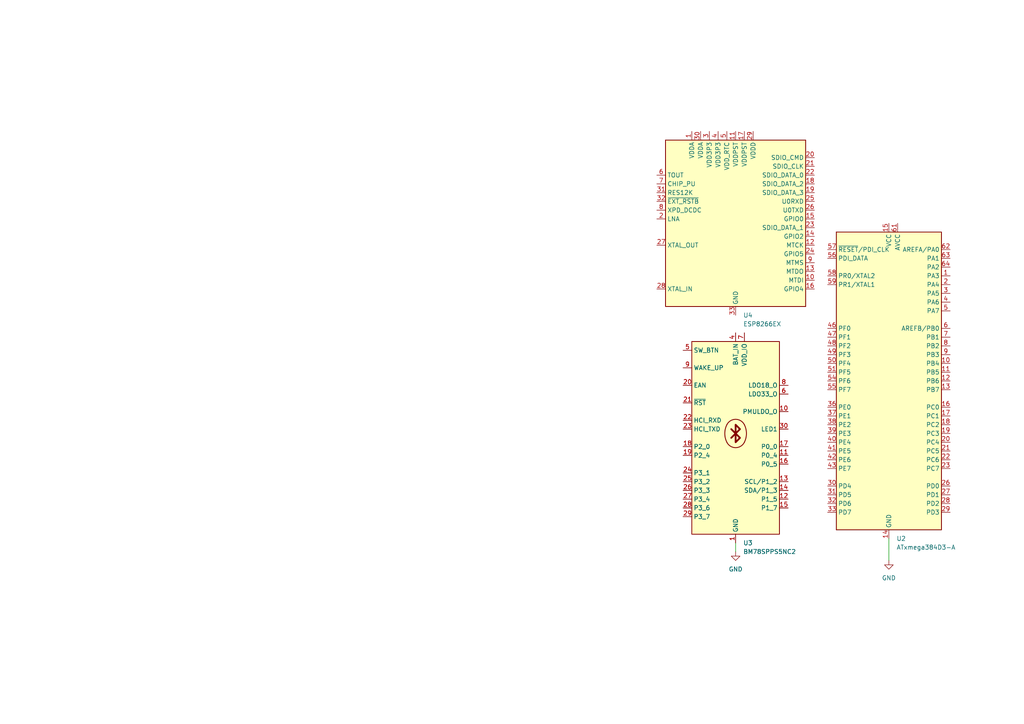
<source format=kicad_sch>
(kicad_sch (version 20230121) (generator eeschema)

  (uuid 373c2331-557c-4d03-b894-6cc0e3c08d11)

  (paper "A4")

  (lib_symbols
    (symbol "MCU_Espressif:ESP8266EX" (in_bom yes) (on_board yes)
      (property "Reference" "U" (at 0 2.54 0)
        (effects (font (size 1.27 1.27)))
      )
      (property "Value" "ESP8266EX" (at 0 -2.54 0)
        (effects (font (size 1.27 1.27)))
      )
      (property "Footprint" "Package_DFN_QFN:QFN-32-1EP_5x5mm_P0.5mm_EP3.45x3.45mm" (at 0 -33.02 0)
        (effects (font (size 1.27 1.27)) hide)
      )
      (property "Datasheet" "http://espressif.com/sites/default/files/documentation/0a-esp8266ex_datasheet_en.pdf" (at 2.54 -33.02 0)
        (effects (font (size 1.27 1.27)) hide)
      )
      (property "ki_keywords" "wifi soc" (at 0 0 0)
        (effects (font (size 1.27 1.27)) hide)
      )
      (property "ki_description" "Highly integrated Wi-Fi SoC, QFN-32" (at 0 0 0)
        (effects (font (size 1.27 1.27)) hide)
      )
      (property "ki_fp_filters" "QFN*1EP*5x5mm*P0.5mm*" (at 0 0 0)
        (effects (font (size 1.27 1.27)) hide)
      )
      (symbol "ESP8266EX_0_1"
        (rectangle (start -20.32 22.86) (end 20.32 -25.4)
          (stroke (width 0.254) (type default))
          (fill (type background))
        )
      )
      (symbol "ESP8266EX_1_1"
        (pin power_in line (at -12.7 25.4 270) (length 2.54)
          (name "VDDA" (effects (font (size 1.27 1.27))))
          (number "1" (effects (font (size 1.27 1.27))))
        )
        (pin bidirectional line (at 22.86 -17.78 180) (length 2.54)
          (name "MTDI" (effects (font (size 1.27 1.27))))
          (number "10" (effects (font (size 1.27 1.27))))
        )
        (pin power_in line (at 0 25.4 270) (length 2.54)
          (name "VDDPST" (effects (font (size 1.27 1.27))))
          (number "11" (effects (font (size 1.27 1.27))))
        )
        (pin bidirectional line (at 22.86 -7.62 180) (length 2.54)
          (name "MTCK" (effects (font (size 1.27 1.27))))
          (number "12" (effects (font (size 1.27 1.27))))
        )
        (pin bidirectional line (at 22.86 -15.24 180) (length 2.54)
          (name "MTDO" (effects (font (size 1.27 1.27))))
          (number "13" (effects (font (size 1.27 1.27))))
        )
        (pin bidirectional line (at 22.86 -5.08 180) (length 2.54)
          (name "GPIO2" (effects (font (size 1.27 1.27))))
          (number "14" (effects (font (size 1.27 1.27))))
        )
        (pin bidirectional line (at 22.86 0 180) (length 2.54)
          (name "GPIO0" (effects (font (size 1.27 1.27))))
          (number "15" (effects (font (size 1.27 1.27))))
        )
        (pin bidirectional line (at 22.86 -20.32 180) (length 2.54)
          (name "GPIO4" (effects (font (size 1.27 1.27))))
          (number "16" (effects (font (size 1.27 1.27))))
        )
        (pin power_in line (at 2.54 25.4 270) (length 2.54)
          (name "VDDPST" (effects (font (size 1.27 1.27))))
          (number "17" (effects (font (size 1.27 1.27))))
        )
        (pin bidirectional line (at 22.86 10.16 180) (length 2.54)
          (name "SDIO_DATA_2" (effects (font (size 1.27 1.27))))
          (number "18" (effects (font (size 1.27 1.27))))
        )
        (pin bidirectional line (at 22.86 7.62 180) (length 2.54)
          (name "SDIO_DATA_3" (effects (font (size 1.27 1.27))))
          (number "19" (effects (font (size 1.27 1.27))))
        )
        (pin bidirectional line (at -22.86 0 0) (length 2.54)
          (name "LNA" (effects (font (size 1.27 1.27))))
          (number "2" (effects (font (size 1.27 1.27))))
        )
        (pin bidirectional line (at 22.86 17.78 180) (length 2.54)
          (name "SDIO_CMD" (effects (font (size 1.27 1.27))))
          (number "20" (effects (font (size 1.27 1.27))))
        )
        (pin bidirectional line (at 22.86 15.24 180) (length 2.54)
          (name "SDIO_CLK" (effects (font (size 1.27 1.27))))
          (number "21" (effects (font (size 1.27 1.27))))
        )
        (pin bidirectional line (at 22.86 12.7 180) (length 2.54)
          (name "SDIO_DATA_0" (effects (font (size 1.27 1.27))))
          (number "22" (effects (font (size 1.27 1.27))))
        )
        (pin bidirectional line (at 22.86 -2.54 180) (length 2.54)
          (name "SDIO_DATA_1" (effects (font (size 1.27 1.27))))
          (number "23" (effects (font (size 1.27 1.27))))
        )
        (pin bidirectional line (at 22.86 -10.16 180) (length 2.54)
          (name "GPIO5" (effects (font (size 1.27 1.27))))
          (number "24" (effects (font (size 1.27 1.27))))
        )
        (pin bidirectional line (at 22.86 5.08 180) (length 2.54)
          (name "U0RXD" (effects (font (size 1.27 1.27))))
          (number "25" (effects (font (size 1.27 1.27))))
        )
        (pin bidirectional line (at 22.86 2.54 180) (length 2.54)
          (name "U0TXD" (effects (font (size 1.27 1.27))))
          (number "26" (effects (font (size 1.27 1.27))))
        )
        (pin bidirectional line (at -22.86 -7.62 0) (length 2.54)
          (name "XTAL_OUT" (effects (font (size 1.27 1.27))))
          (number "27" (effects (font (size 1.27 1.27))))
        )
        (pin bidirectional line (at -22.86 -20.32 0) (length 2.54)
          (name "XTAL_IN" (effects (font (size 1.27 1.27))))
          (number "28" (effects (font (size 1.27 1.27))))
        )
        (pin power_in line (at 5.08 25.4 270) (length 2.54)
          (name "VDDD" (effects (font (size 1.27 1.27))))
          (number "29" (effects (font (size 1.27 1.27))))
        )
        (pin power_in line (at -7.62 25.4 270) (length 2.54)
          (name "VDD3P3" (effects (font (size 1.27 1.27))))
          (number "3" (effects (font (size 1.27 1.27))))
        )
        (pin power_in line (at -10.16 25.4 270) (length 2.54)
          (name "VDDA" (effects (font (size 1.27 1.27))))
          (number "30" (effects (font (size 1.27 1.27))))
        )
        (pin input line (at -22.86 7.62 0) (length 2.54)
          (name "RES12K" (effects (font (size 1.27 1.27))))
          (number "31" (effects (font (size 1.27 1.27))))
        )
        (pin input line (at -22.86 5.08 0) (length 2.54)
          (name "~{EXT_RSTB}" (effects (font (size 1.27 1.27))))
          (number "32" (effects (font (size 1.27 1.27))))
        )
        (pin power_in line (at 0 -27.94 90) (length 2.54)
          (name "GND" (effects (font (size 1.27 1.27))))
          (number "33" (effects (font (size 1.27 1.27))))
        )
        (pin power_in line (at -5.08 25.4 270) (length 2.54)
          (name "VDD3P3" (effects (font (size 1.27 1.27))))
          (number "4" (effects (font (size 1.27 1.27))))
        )
        (pin power_in line (at -2.54 25.4 270) (length 2.54)
          (name "VDD_RTC" (effects (font (size 1.27 1.27))))
          (number "5" (effects (font (size 1.27 1.27))))
        )
        (pin input line (at -22.86 12.7 0) (length 2.54)
          (name "TOUT" (effects (font (size 1.27 1.27))))
          (number "6" (effects (font (size 1.27 1.27))))
        )
        (pin input line (at -22.86 10.16 0) (length 2.54)
          (name "CHIP_PU" (effects (font (size 1.27 1.27))))
          (number "7" (effects (font (size 1.27 1.27))))
        )
        (pin bidirectional line (at -22.86 2.54 0) (length 2.54)
          (name "XPD_DCDC" (effects (font (size 1.27 1.27))))
          (number "8" (effects (font (size 1.27 1.27))))
        )
        (pin bidirectional line (at 22.86 -12.7 180) (length 2.54)
          (name "MTMS" (effects (font (size 1.27 1.27))))
          (number "9" (effects (font (size 1.27 1.27))))
        )
      )
    )
    (symbol "MCU_Microchip_ATmega:ATxmega384D3-A" (in_bom yes) (on_board yes)
      (property "Reference" "U" (at -15.24 44.45 0)
        (effects (font (size 1.27 1.27)) (justify left bottom))
      )
      (property "Value" "ATxmega384D3-A" (at 2.54 -44.45 0)
        (effects (font (size 1.27 1.27)) (justify left top))
      )
      (property "Footprint" "Package_QFP:TQFP-64_14x14mm_P0.8mm" (at 0 0 0)
        (effects (font (size 1.27 1.27) italic) hide)
      )
      (property "Datasheet" "http://ww1.microchip.com/downloads/en/DeviceDoc/Atmel-8134-8-16-bit-Atmel-XMEGA-D3-Microcontroller_Datasheet.pdf" (at 0 0 0)
        (effects (font (size 1.27 1.27)) hide)
      )
      (property "ki_keywords" "AVR 8/16bit Microcontroller XMegaAVR" (at 0 0 0)
        (effects (font (size 1.27 1.27)) hide)
      )
      (property "ki_description" "32MHz, 384kB Flash, 8kB Boot, 32kB SRAM, 4kB EEPROM, JTAG, TQFP-64" (at 0 0 0)
        (effects (font (size 1.27 1.27)) hide)
      )
      (property "ki_fp_filters" "TQFP*14x14mm*P0.8mm*" (at 0 0 0)
        (effects (font (size 1.27 1.27)) hide)
      )
      (symbol "ATxmega384D3-A_0_1"
        (rectangle (start -15.24 -43.18) (end 15.24 43.18)
          (stroke (width 0.254) (type default))
          (fill (type background))
        )
      )
      (symbol "ATxmega384D3-A_1_1"
        (pin bidirectional line (at 17.78 30.48 180) (length 2.54)
          (name "PA3" (effects (font (size 1.27 1.27))))
          (number "1" (effects (font (size 1.27 1.27))))
        )
        (pin bidirectional line (at 17.78 5.08 180) (length 2.54)
          (name "PB4" (effects (font (size 1.27 1.27))))
          (number "10" (effects (font (size 1.27 1.27))))
        )
        (pin bidirectional line (at 17.78 2.54 180) (length 2.54)
          (name "PB5" (effects (font (size 1.27 1.27))))
          (number "11" (effects (font (size 1.27 1.27))))
        )
        (pin bidirectional line (at 17.78 0 180) (length 2.54)
          (name "PB6" (effects (font (size 1.27 1.27))))
          (number "12" (effects (font (size 1.27 1.27))))
        )
        (pin bidirectional line (at 17.78 -2.54 180) (length 2.54)
          (name "PB7" (effects (font (size 1.27 1.27))))
          (number "13" (effects (font (size 1.27 1.27))))
        )
        (pin power_in line (at 0 -45.72 90) (length 2.54)
          (name "GND" (effects (font (size 1.27 1.27))))
          (number "14" (effects (font (size 1.27 1.27))))
        )
        (pin power_in line (at 0 45.72 270) (length 2.54)
          (name "VCC" (effects (font (size 1.27 1.27))))
          (number "15" (effects (font (size 1.27 1.27))))
        )
        (pin bidirectional line (at 17.78 -7.62 180) (length 2.54)
          (name "PC0" (effects (font (size 1.27 1.27))))
          (number "16" (effects (font (size 1.27 1.27))))
        )
        (pin bidirectional line (at 17.78 -10.16 180) (length 2.54)
          (name "PC1" (effects (font (size 1.27 1.27))))
          (number "17" (effects (font (size 1.27 1.27))))
        )
        (pin bidirectional line (at 17.78 -12.7 180) (length 2.54)
          (name "PC2" (effects (font (size 1.27 1.27))))
          (number "18" (effects (font (size 1.27 1.27))))
        )
        (pin bidirectional line (at 17.78 -15.24 180) (length 2.54)
          (name "PC3" (effects (font (size 1.27 1.27))))
          (number "19" (effects (font (size 1.27 1.27))))
        )
        (pin bidirectional line (at 17.78 27.94 180) (length 2.54)
          (name "PA4" (effects (font (size 1.27 1.27))))
          (number "2" (effects (font (size 1.27 1.27))))
        )
        (pin bidirectional line (at 17.78 -17.78 180) (length 2.54)
          (name "PC4" (effects (font (size 1.27 1.27))))
          (number "20" (effects (font (size 1.27 1.27))))
        )
        (pin bidirectional line (at 17.78 -20.32 180) (length 2.54)
          (name "PC5" (effects (font (size 1.27 1.27))))
          (number "21" (effects (font (size 1.27 1.27))))
        )
        (pin bidirectional line (at 17.78 -22.86 180) (length 2.54)
          (name "PC6" (effects (font (size 1.27 1.27))))
          (number "22" (effects (font (size 1.27 1.27))))
        )
        (pin bidirectional line (at 17.78 -25.4 180) (length 2.54)
          (name "PC7" (effects (font (size 1.27 1.27))))
          (number "23" (effects (font (size 1.27 1.27))))
        )
        (pin passive line (at 0 -45.72 90) (length 2.54) hide
          (name "GND" (effects (font (size 1.27 1.27))))
          (number "24" (effects (font (size 1.27 1.27))))
        )
        (pin passive line (at 0 45.72 270) (length 2.54) hide
          (name "VCC" (effects (font (size 1.27 1.27))))
          (number "25" (effects (font (size 1.27 1.27))))
        )
        (pin bidirectional line (at 17.78 -30.48 180) (length 2.54)
          (name "PD0" (effects (font (size 1.27 1.27))))
          (number "26" (effects (font (size 1.27 1.27))))
        )
        (pin bidirectional line (at 17.78 -33.02 180) (length 2.54)
          (name "PD1" (effects (font (size 1.27 1.27))))
          (number "27" (effects (font (size 1.27 1.27))))
        )
        (pin bidirectional line (at 17.78 -35.56 180) (length 2.54)
          (name "PD2" (effects (font (size 1.27 1.27))))
          (number "28" (effects (font (size 1.27 1.27))))
        )
        (pin bidirectional line (at 17.78 -38.1 180) (length 2.54)
          (name "PD3" (effects (font (size 1.27 1.27))))
          (number "29" (effects (font (size 1.27 1.27))))
        )
        (pin bidirectional line (at 17.78 25.4 180) (length 2.54)
          (name "PA5" (effects (font (size 1.27 1.27))))
          (number "3" (effects (font (size 1.27 1.27))))
        )
        (pin bidirectional line (at -17.78 -30.48 0) (length 2.54)
          (name "PD4" (effects (font (size 1.27 1.27))))
          (number "30" (effects (font (size 1.27 1.27))))
        )
        (pin bidirectional line (at -17.78 -33.02 0) (length 2.54)
          (name "PD5" (effects (font (size 1.27 1.27))))
          (number "31" (effects (font (size 1.27 1.27))))
        )
        (pin bidirectional line (at -17.78 -35.56 0) (length 2.54)
          (name "PD6" (effects (font (size 1.27 1.27))))
          (number "32" (effects (font (size 1.27 1.27))))
        )
        (pin bidirectional line (at -17.78 -38.1 0) (length 2.54)
          (name "PD7" (effects (font (size 1.27 1.27))))
          (number "33" (effects (font (size 1.27 1.27))))
        )
        (pin passive line (at 0 -45.72 90) (length 2.54) hide
          (name "GND" (effects (font (size 1.27 1.27))))
          (number "34" (effects (font (size 1.27 1.27))))
        )
        (pin passive line (at 0 45.72 270) (length 2.54) hide
          (name "VCC" (effects (font (size 1.27 1.27))))
          (number "35" (effects (font (size 1.27 1.27))))
        )
        (pin bidirectional line (at -17.78 -7.62 0) (length 2.54)
          (name "PE0" (effects (font (size 1.27 1.27))))
          (number "36" (effects (font (size 1.27 1.27))))
        )
        (pin bidirectional line (at -17.78 -10.16 0) (length 2.54)
          (name "PE1" (effects (font (size 1.27 1.27))))
          (number "37" (effects (font (size 1.27 1.27))))
        )
        (pin bidirectional line (at -17.78 -12.7 0) (length 2.54)
          (name "PE2" (effects (font (size 1.27 1.27))))
          (number "38" (effects (font (size 1.27 1.27))))
        )
        (pin bidirectional line (at -17.78 -15.24 0) (length 2.54)
          (name "PE3" (effects (font (size 1.27 1.27))))
          (number "39" (effects (font (size 1.27 1.27))))
        )
        (pin bidirectional line (at 17.78 22.86 180) (length 2.54)
          (name "PA6" (effects (font (size 1.27 1.27))))
          (number "4" (effects (font (size 1.27 1.27))))
        )
        (pin bidirectional line (at -17.78 -17.78 0) (length 2.54)
          (name "PE4" (effects (font (size 1.27 1.27))))
          (number "40" (effects (font (size 1.27 1.27))))
        )
        (pin bidirectional line (at -17.78 -20.32 0) (length 2.54)
          (name "PE5" (effects (font (size 1.27 1.27))))
          (number "41" (effects (font (size 1.27 1.27))))
        )
        (pin bidirectional line (at -17.78 -22.86 0) (length 2.54)
          (name "PE6" (effects (font (size 1.27 1.27))))
          (number "42" (effects (font (size 1.27 1.27))))
        )
        (pin bidirectional line (at -17.78 -25.4 0) (length 2.54)
          (name "PE7" (effects (font (size 1.27 1.27))))
          (number "43" (effects (font (size 1.27 1.27))))
        )
        (pin passive line (at 0 -45.72 90) (length 2.54) hide
          (name "GND" (effects (font (size 1.27 1.27))))
          (number "44" (effects (font (size 1.27 1.27))))
        )
        (pin passive line (at 0 45.72 270) (length 2.54) hide
          (name "VCC" (effects (font (size 1.27 1.27))))
          (number "45" (effects (font (size 1.27 1.27))))
        )
        (pin bidirectional line (at -17.78 15.24 0) (length 2.54)
          (name "PF0" (effects (font (size 1.27 1.27))))
          (number "46" (effects (font (size 1.27 1.27))))
        )
        (pin bidirectional line (at -17.78 12.7 0) (length 2.54)
          (name "PF1" (effects (font (size 1.27 1.27))))
          (number "47" (effects (font (size 1.27 1.27))))
        )
        (pin bidirectional line (at -17.78 10.16 0) (length 2.54)
          (name "PF2" (effects (font (size 1.27 1.27))))
          (number "48" (effects (font (size 1.27 1.27))))
        )
        (pin bidirectional line (at -17.78 7.62 0) (length 2.54)
          (name "PF3" (effects (font (size 1.27 1.27))))
          (number "49" (effects (font (size 1.27 1.27))))
        )
        (pin bidirectional line (at 17.78 20.32 180) (length 2.54)
          (name "PA7" (effects (font (size 1.27 1.27))))
          (number "5" (effects (font (size 1.27 1.27))))
        )
        (pin bidirectional line (at -17.78 5.08 0) (length 2.54)
          (name "PF4" (effects (font (size 1.27 1.27))))
          (number "50" (effects (font (size 1.27 1.27))))
        )
        (pin bidirectional line (at -17.78 2.54 0) (length 2.54)
          (name "PF5" (effects (font (size 1.27 1.27))))
          (number "51" (effects (font (size 1.27 1.27))))
        )
        (pin passive line (at 0 -45.72 90) (length 2.54) hide
          (name "GND" (effects (font (size 1.27 1.27))))
          (number "52" (effects (font (size 1.27 1.27))))
        )
        (pin passive line (at 0 45.72 270) (length 2.54) hide
          (name "VCC" (effects (font (size 1.27 1.27))))
          (number "53" (effects (font (size 1.27 1.27))))
        )
        (pin bidirectional line (at -17.78 0 0) (length 2.54)
          (name "PF6" (effects (font (size 1.27 1.27))))
          (number "54" (effects (font (size 1.27 1.27))))
        )
        (pin bidirectional line (at -17.78 -2.54 0) (length 2.54)
          (name "PF7" (effects (font (size 1.27 1.27))))
          (number "55" (effects (font (size 1.27 1.27))))
        )
        (pin bidirectional line (at -17.78 35.56 0) (length 2.54)
          (name "PDI_DATA" (effects (font (size 1.27 1.27))))
          (number "56" (effects (font (size 1.27 1.27))))
        )
        (pin input line (at -17.78 38.1 0) (length 2.54)
          (name "~{RESET}/PDI_CLK" (effects (font (size 1.27 1.27))))
          (number "57" (effects (font (size 1.27 1.27))))
        )
        (pin bidirectional line (at -17.78 30.48 0) (length 2.54)
          (name "PR0/XTAL2" (effects (font (size 1.27 1.27))))
          (number "58" (effects (font (size 1.27 1.27))))
        )
        (pin bidirectional line (at -17.78 27.94 0) (length 2.54)
          (name "PR1/XTAL1" (effects (font (size 1.27 1.27))))
          (number "59" (effects (font (size 1.27 1.27))))
        )
        (pin bidirectional line (at 17.78 15.24 180) (length 2.54)
          (name "AREFB/PB0" (effects (font (size 1.27 1.27))))
          (number "6" (effects (font (size 1.27 1.27))))
        )
        (pin passive line (at 0 -45.72 90) (length 2.54) hide
          (name "GND" (effects (font (size 1.27 1.27))))
          (number "60" (effects (font (size 1.27 1.27))))
        )
        (pin power_in line (at 2.54 45.72 270) (length 2.54)
          (name "AVCC" (effects (font (size 1.27 1.27))))
          (number "61" (effects (font (size 1.27 1.27))))
        )
        (pin bidirectional line (at 17.78 38.1 180) (length 2.54)
          (name "AREFA/PA0" (effects (font (size 1.27 1.27))))
          (number "62" (effects (font (size 1.27 1.27))))
        )
        (pin bidirectional line (at 17.78 35.56 180) (length 2.54)
          (name "PA1" (effects (font (size 1.27 1.27))))
          (number "63" (effects (font (size 1.27 1.27))))
        )
        (pin bidirectional line (at 17.78 33.02 180) (length 2.54)
          (name "PA2" (effects (font (size 1.27 1.27))))
          (number "64" (effects (font (size 1.27 1.27))))
        )
        (pin bidirectional line (at 17.78 12.7 180) (length 2.54)
          (name "PB1" (effects (font (size 1.27 1.27))))
          (number "7" (effects (font (size 1.27 1.27))))
        )
        (pin bidirectional line (at 17.78 10.16 180) (length 2.54)
          (name "PB2" (effects (font (size 1.27 1.27))))
          (number "8" (effects (font (size 1.27 1.27))))
        )
        (pin bidirectional line (at 17.78 7.62 180) (length 2.54)
          (name "PB3" (effects (font (size 1.27 1.27))))
          (number "9" (effects (font (size 1.27 1.27))))
        )
      )
    )
    (symbol "RF_Bluetooth:BM78SPPS5NC2" (in_bom yes) (on_board yes)
      (property "Reference" "U" (at -12.7 29.21 0)
        (effects (font (size 1.27 1.27)) (justify left))
      )
      (property "Value" "BM78SPPS5NC2" (at 1.27 -29.21 0)
        (effects (font (size 1.27 1.27)) (justify left))
      )
      (property "Footprint" "RF_Module:BM78SPPS5XC2" (at 16.51 29.21 0)
        (effects (font (size 1.27 1.27)) hide)
      )
      (property "Datasheet" "http://ww1.microchip.com/downloads/en/DeviceDoc/60001380C.pdf" (at 0 0 0)
        (effects (font (size 1.27 1.27)) hide)
      )
      (property "ki_keywords" "Bluetooth BLE BT GAP SPP SDP RFCOMM L2CAP GATT ATT SMP L2CAP" (at 0 0 0)
        (effects (font (size 1.27 1.27)) hide)
      )
      (property "ki_description" "Bluetooth Dual-Mode, UART, Class 2" (at 0 0 0)
        (effects (font (size 1.27 1.27)) hide)
      )
      (property "ki_fp_filters" "BM78SPPS5XC2*" (at 0 0 0)
        (effects (font (size 1.27 1.27)) hide)
      )
      (symbol "BM78SPPS5NC2_0_1"
        (rectangle (start -12.7 27.94) (end 12.7 -27.94)
          (stroke (width 0.254) (type default))
          (fill (type background))
        )
        (arc (start -2.54 -1.27) (mid 0 -2.8398) (end 2.54 -1.27)
          (stroke (width 0.254) (type default))
          (fill (type background))
        )
        (arc (start -2.54 3.81) (mid -3.1396 1.27) (end -2.54 -1.27)
          (stroke (width 0.254) (type default))
          (fill (type background))
        )
        (polyline
          (pts
            (xy 0 1.27)
            (xy -1.27 0)
          )
          (stroke (width 0.508) (type default))
          (fill (type none))
        )
        (polyline
          (pts
            (xy 0 1.27)
            (xy -1.27 2.54)
          )
          (stroke (width 0.508) (type default))
          (fill (type none))
        )
        (polyline
          (pts
            (xy 0 3.81)
            (xy 1.27 2.54)
            (xy 0 1.27)
            (xy 1.27 0)
            (xy 0 -1.27)
            (xy 0 3.81)
          )
          (stroke (width 0.508) (type default))
          (fill (type none))
        )
        (arc (start 2.54 -1.27) (mid 3.1396 1.27) (end 2.54 3.81)
          (stroke (width 0.254) (type default))
          (fill (type background))
        )
        (arc (start 2.54 3.81) (mid 0 5.3798) (end -2.54 3.81)
          (stroke (width 0.254) (type default))
          (fill (type background))
        )
      )
      (symbol "BM78SPPS5NC2_1_1"
        (pin power_in line (at 0 -30.48 90) (length 2.54)
          (name "GND" (effects (font (size 1.27 1.27))))
          (number "1" (effects (font (size 1.27 1.27))))
        )
        (pin passive line (at 15.24 7.62 180) (length 2.54)
          (name "PMULDO_O" (effects (font (size 1.27 1.27))))
          (number "10" (effects (font (size 1.27 1.27))))
        )
        (pin output line (at 15.24 -5.08 180) (length 2.54)
          (name "P0_4" (effects (font (size 1.27 1.27))))
          (number "11" (effects (font (size 1.27 1.27))))
        )
        (pin output line (at 15.24 -17.78 180) (length 2.54)
          (name "P1_5" (effects (font (size 1.27 1.27))))
          (number "12" (effects (font (size 1.27 1.27))))
        )
        (pin output line (at 15.24 -12.7 180) (length 2.54)
          (name "SCL/P1_2" (effects (font (size 1.27 1.27))))
          (number "13" (effects (font (size 1.27 1.27))))
        )
        (pin bidirectional line (at 15.24 -15.24 180) (length 2.54)
          (name "SDA/P1_3" (effects (font (size 1.27 1.27))))
          (number "14" (effects (font (size 1.27 1.27))))
        )
        (pin bidirectional line (at 15.24 -20.32 180) (length 2.54)
          (name "P1_7" (effects (font (size 1.27 1.27))))
          (number "15" (effects (font (size 1.27 1.27))))
        )
        (pin bidirectional line (at 15.24 -7.62 180) (length 2.54)
          (name "P0_5" (effects (font (size 1.27 1.27))))
          (number "16" (effects (font (size 1.27 1.27))))
        )
        (pin bidirectional line (at 15.24 -2.54 180) (length 2.54)
          (name "P0_0" (effects (font (size 1.27 1.27))))
          (number "17" (effects (font (size 1.27 1.27))))
        )
        (pin input line (at -15.24 -2.54 0) (length 2.54)
          (name "P2_0" (effects (font (size 1.27 1.27))))
          (number "18" (effects (font (size 1.27 1.27))))
        )
        (pin input line (at -15.24 -5.08 0) (length 2.54)
          (name "P2_4" (effects (font (size 1.27 1.27))))
          (number "19" (effects (font (size 1.27 1.27))))
        )
        (pin passive line (at 0 -30.48 90) (length 2.54) hide
          (name "GND" (effects (font (size 1.27 1.27))))
          (number "2" (effects (font (size 1.27 1.27))))
        )
        (pin input line (at -15.24 15.24 0) (length 2.54)
          (name "EAN" (effects (font (size 1.27 1.27))))
          (number "20" (effects (font (size 1.27 1.27))))
        )
        (pin input line (at -15.24 10.16 0) (length 2.54)
          (name "~{RST}" (effects (font (size 1.27 1.27))))
          (number "21" (effects (font (size 1.27 1.27))))
        )
        (pin input line (at -15.24 5.08 0) (length 2.54)
          (name "HCI_RXD" (effects (font (size 1.27 1.27))))
          (number "22" (effects (font (size 1.27 1.27))))
        )
        (pin output line (at -15.24 2.54 0) (length 2.54)
          (name "HCI_TXD" (effects (font (size 1.27 1.27))))
          (number "23" (effects (font (size 1.27 1.27))))
        )
        (pin bidirectional line (at -15.24 -10.16 0) (length 2.54)
          (name "P3_1" (effects (font (size 1.27 1.27))))
          (number "24" (effects (font (size 1.27 1.27))))
        )
        (pin bidirectional line (at -15.24 -12.7 0) (length 2.54)
          (name "P3_2" (effects (font (size 1.27 1.27))))
          (number "25" (effects (font (size 1.27 1.27))))
        )
        (pin bidirectional line (at -15.24 -15.24 0) (length 2.54)
          (name "P3_3" (effects (font (size 1.27 1.27))))
          (number "26" (effects (font (size 1.27 1.27))))
        )
        (pin bidirectional line (at -15.24 -17.78 0) (length 2.54)
          (name "P3_4" (effects (font (size 1.27 1.27))))
          (number "27" (effects (font (size 1.27 1.27))))
        )
        (pin bidirectional line (at -15.24 -20.32 0) (length 2.54)
          (name "P3_6" (effects (font (size 1.27 1.27))))
          (number "28" (effects (font (size 1.27 1.27))))
        )
        (pin bidirectional line (at -15.24 -22.86 0) (length 2.54)
          (name "P3_7" (effects (font (size 1.27 1.27))))
          (number "29" (effects (font (size 1.27 1.27))))
        )
        (pin passive line (at 0 -30.48 90) (length 2.54) hide
          (name "GND" (effects (font (size 1.27 1.27))))
          (number "3" (effects (font (size 1.27 1.27))))
        )
        (pin output line (at 15.24 2.54 180) (length 2.54)
          (name "LED1" (effects (font (size 1.27 1.27))))
          (number "30" (effects (font (size 1.27 1.27))))
        )
        (pin passive line (at 0 -30.48 90) (length 2.54) hide
          (name "GND" (effects (font (size 1.27 1.27))))
          (number "31" (effects (font (size 1.27 1.27))))
        )
        (pin passive line (at 0 -30.48 90) (length 2.54) hide
          (name "GND" (effects (font (size 1.27 1.27))))
          (number "32" (effects (font (size 1.27 1.27))))
        )
        (pin passive line (at 0 -30.48 90) (length 2.54) hide
          (name "GND" (effects (font (size 1.27 1.27))))
          (number "33" (effects (font (size 1.27 1.27))))
        )
        (pin power_in line (at 0 30.48 270) (length 2.54)
          (name "BAT_IN" (effects (font (size 1.27 1.27))))
          (number "4" (effects (font (size 1.27 1.27))))
        )
        (pin input line (at -15.24 25.4 0) (length 2.54)
          (name "SW_BTN" (effects (font (size 1.27 1.27))))
          (number "5" (effects (font (size 1.27 1.27))))
        )
        (pin power_out line (at 15.24 12.7 180) (length 2.54)
          (name "LDO33_O" (effects (font (size 1.27 1.27))))
          (number "6" (effects (font (size 1.27 1.27))))
        )
        (pin power_in line (at 2.54 30.48 270) (length 2.54)
          (name "VDD_IO" (effects (font (size 1.27 1.27))))
          (number "7" (effects (font (size 1.27 1.27))))
        )
        (pin power_out line (at 15.24 15.24 180) (length 2.54)
          (name "LDO18_O" (effects (font (size 1.27 1.27))))
          (number "8" (effects (font (size 1.27 1.27))))
        )
        (pin input line (at -15.24 20.32 0) (length 2.54)
          (name "WAKE_UP" (effects (font (size 1.27 1.27))))
          (number "9" (effects (font (size 1.27 1.27))))
        )
      )
    )
    (symbol "power:GND" (power) (pin_names (offset 0)) (in_bom yes) (on_board yes)
      (property "Reference" "#PWR" (at 0 -6.35 0)
        (effects (font (size 1.27 1.27)) hide)
      )
      (property "Value" "GND" (at 0 -3.81 0)
        (effects (font (size 1.27 1.27)))
      )
      (property "Footprint" "" (at 0 0 0)
        (effects (font (size 1.27 1.27)) hide)
      )
      (property "Datasheet" "" (at 0 0 0)
        (effects (font (size 1.27 1.27)) hide)
      )
      (property "ki_keywords" "global power" (at 0 0 0)
        (effects (font (size 1.27 1.27)) hide)
      )
      (property "ki_description" "Power symbol creates a global label with name \"GND\" , ground" (at 0 0 0)
        (effects (font (size 1.27 1.27)) hide)
      )
      (symbol "GND_0_1"
        (polyline
          (pts
            (xy 0 0)
            (xy 0 -1.27)
            (xy 1.27 -1.27)
            (xy 0 -2.54)
            (xy -1.27 -1.27)
            (xy 0 -1.27)
          )
          (stroke (width 0) (type default))
          (fill (type none))
        )
      )
      (symbol "GND_1_1"
        (pin power_in line (at 0 0 270) (length 0) hide
          (name "GND" (effects (font (size 1.27 1.27))))
          (number "1" (effects (font (size 1.27 1.27))))
        )
      )
    )
  )


  (wire (pts (xy 213.36 157.48) (xy 213.36 160.02))
    (stroke (width 0) (type default))
    (uuid 45f458c1-3b59-425c-a751-bd09f0868329)
  )
  (wire (pts (xy 257.81 156.21) (xy 257.81 162.56))
    (stroke (width 0) (type default))
    (uuid 7f0b8a78-4410-4694-a745-14c4c5a7b92d)
  )

  (symbol (lib_id "MCU_Espressif:ESP8266EX") (at 213.36 63.5 0) (unit 1)
    (in_bom yes) (on_board yes) (dnp no) (fields_autoplaced)
    (uuid 0af9c351-fbe6-44bf-a0e1-12f44c5e9df4)
    (property "Reference" "U4" (at 215.5541 91.44 0)
      (effects (font (size 1.27 1.27)) (justify left))
    )
    (property "Value" "ESP8266EX" (at 215.5541 93.98 0)
      (effects (font (size 1.27 1.27)) (justify left))
    )
    (property "Footprint" "Package_DFN_QFN:QFN-32-1EP_5x5mm_P0.5mm_EP3.45x3.45mm" (at 213.36 96.52 0)
      (effects (font (size 1.27 1.27)) hide)
    )
    (property "Datasheet" "http://espressif.com/sites/default/files/documentation/0a-esp8266ex_datasheet_en.pdf" (at 215.9 96.52 0)
      (effects (font (size 1.27 1.27)) hide)
    )
    (pin "1" (uuid 971a2759-b6b5-4e1c-baf2-6fe59c4b599a))
    (pin "10" (uuid 0a797d42-3bd7-49ec-be7e-0606e28de66f))
    (pin "11" (uuid c8102826-6c0a-474a-a9d5-a3d0523ac975))
    (pin "12" (uuid 298d2e60-7ac8-4ca1-ac6c-92b021954863))
    (pin "13" (uuid 1d8d4a7d-5810-4009-a8dd-492ac5fbd8ff))
    (pin "14" (uuid 700d2081-c0fa-4d41-bedf-389a7ca8cf5a))
    (pin "15" (uuid 16d46b90-9660-40ba-a2fb-89dea7bcddc9))
    (pin "16" (uuid ebecdd46-a715-42de-82ac-ac1abfd110ff))
    (pin "17" (uuid 5b94adbb-7df2-4847-b67b-933bd5c9e81c))
    (pin "18" (uuid ecde2598-457a-4913-8828-dd25c7715ca2))
    (pin "19" (uuid 8b8ed98b-8139-47ec-a8de-bcbcba30eed1))
    (pin "2" (uuid ccf014d3-5ddf-4952-bc7c-42a22d7aa0d1))
    (pin "20" (uuid 952994d0-5e90-4425-847d-3dba87fda45e))
    (pin "21" (uuid afebb3c7-127c-41a6-b303-88729cf9f39b))
    (pin "22" (uuid a2e72ae9-9db6-4e56-bd77-1cbd786c7404))
    (pin "23" (uuid fa6c1f68-fe93-4f20-9e85-8ef34127af28))
    (pin "24" (uuid 60e8afa3-1060-4360-a487-03dce05209a2))
    (pin "25" (uuid d81b7d02-c5d5-499b-a744-12978c0b56f3))
    (pin "26" (uuid c8a9e04e-b26c-42fe-ad4d-072fbf2c7340))
    (pin "27" (uuid 19835465-4103-464f-9d05-00e689396520))
    (pin "28" (uuid 90a6f5ae-d1a0-46a6-95ba-055cc49ea79f))
    (pin "29" (uuid c11b9c96-3dc6-42e2-bded-d269ffca4f99))
    (pin "3" (uuid d235ec68-d558-4416-94d1-4558c5d3653c))
    (pin "30" (uuid 5d0bf11f-178c-40f5-9c82-74e88994e140))
    (pin "31" (uuid e19cf1d7-a336-4bdf-b169-8530242328be))
    (pin "32" (uuid 70577ef3-2a47-489d-93de-c4ae82e47082))
    (pin "33" (uuid 309ef66c-c87c-4663-999e-879381830b7d))
    (pin "4" (uuid 03375e45-dfd3-45df-a6a8-3b7e978491ca))
    (pin "5" (uuid af25cc64-0fe6-4511-a8ff-16a00928d59a))
    (pin "6" (uuid cacb93f1-f2c8-41d4-b841-c3e45dea4fc6))
    (pin "7" (uuid 9b0e6dbc-0af9-4d90-93c7-7058ae6dabb7))
    (pin "8" (uuid af697a9b-3a4f-4095-b6c6-a754273fcf40))
    (pin "9" (uuid b7a18332-6323-465a-be81-b04f4f6f81ba))
    (instances
      (project "echelon"
        (path "/5fc31bad-36d8-475d-8be1-c35c301b8728/6aedfbca-31f5-43a7-bf9d-2ecc96db9bbb"
          (reference "U4") (unit 1)
        )
      )
    )
  )

  (symbol (lib_id "power:GND") (at 257.81 162.56 0) (unit 1)
    (in_bom yes) (on_board yes) (dnp no) (fields_autoplaced)
    (uuid 166a874c-4f26-443e-a375-c1cb58fb744a)
    (property "Reference" "#PWR07" (at 257.81 168.91 0)
      (effects (font (size 1.27 1.27)) hide)
    )
    (property "Value" "GND" (at 257.81 167.64 0)
      (effects (font (size 1.27 1.27)))
    )
    (property "Footprint" "" (at 257.81 162.56 0)
      (effects (font (size 1.27 1.27)) hide)
    )
    (property "Datasheet" "" (at 257.81 162.56 0)
      (effects (font (size 1.27 1.27)) hide)
    )
    (pin "1" (uuid 2f88e891-e9a5-43e1-a234-4645d8736f37))
    (instances
      (project "echelon"
        (path "/5fc31bad-36d8-475d-8be1-c35c301b8728/6aedfbca-31f5-43a7-bf9d-2ecc96db9bbb"
          (reference "#PWR07") (unit 1)
        )
      )
    )
  )

  (symbol (lib_id "RF_Bluetooth:BM78SPPS5NC2") (at 213.36 127 0) (unit 1)
    (in_bom yes) (on_board yes) (dnp no) (fields_autoplaced)
    (uuid 2e2cfc20-c5bf-459d-be82-019193a72c14)
    (property "Reference" "U3" (at 215.5541 157.48 0)
      (effects (font (size 1.27 1.27)) (justify left))
    )
    (property "Value" "BM78SPPS5NC2" (at 215.5541 160.02 0)
      (effects (font (size 1.27 1.27)) (justify left))
    )
    (property "Footprint" "RF_Module:BM78SPPS5XC2" (at 229.87 97.79 0)
      (effects (font (size 1.27 1.27)) hide)
    )
    (property "Datasheet" "http://ww1.microchip.com/downloads/en/DeviceDoc/60001380C.pdf" (at 213.36 127 0)
      (effects (font (size 1.27 1.27)) hide)
    )
    (pin "1" (uuid f7a321cb-1411-4c06-b2fb-9ca5344be579))
    (pin "10" (uuid 60fb80eb-aea5-4641-97f3-ea6a41a5f7f4))
    (pin "11" (uuid f540091b-3ce4-4cf1-b84e-59cee75cf678))
    (pin "12" (uuid 87630bdf-9133-4806-b671-ddc8cd691f75))
    (pin "13" (uuid 6725f8e9-7186-4415-a8ac-769ebc894c89))
    (pin "14" (uuid 6af835e3-24f8-4601-a806-7752c6a23da0))
    (pin "15" (uuid 58545cb2-9310-4b1e-bb82-b7e0a5e2a820))
    (pin "16" (uuid 6327888b-ea96-46e1-86d2-32b64cffb58a))
    (pin "17" (uuid 8427386a-643a-4f06-bf5a-034c5ec2befa))
    (pin "18" (uuid bb5f9c14-b783-4413-8609-7f9bc9503e93))
    (pin "19" (uuid c08c05a1-0599-48ee-a7b3-9ff42b296a71))
    (pin "2" (uuid ee4c4eee-6df5-4db7-b005-1dbc94182134))
    (pin "20" (uuid eb73ad29-79c8-4293-b3d1-97285e28e859))
    (pin "21" (uuid dd91488b-38e4-4d1e-b84e-bd450a882784))
    (pin "22" (uuid 4789216b-7c94-4f29-9c46-d3663d936959))
    (pin "23" (uuid 018cd885-b9f9-431a-9387-89c0daeebbbc))
    (pin "24" (uuid 3677dfc8-2ae5-4751-b38b-fbf7a0b4a8eb))
    (pin "25" (uuid d937cdbf-abe0-4406-a55e-5b776bfeb82a))
    (pin "26" (uuid bf5f773e-ef03-4591-bf33-8716e2d4fba3))
    (pin "27" (uuid 3f6b8b72-ca59-40f3-ba0b-2a404f747f04))
    (pin "28" (uuid 175fb7dd-ea32-4986-9c19-3ba6ea9c3a13))
    (pin "29" (uuid cad791b7-fda4-45db-8f5c-bd5b0ba6d9a0))
    (pin "3" (uuid 11318042-bc09-4f04-99ab-2c0a7282b9ac))
    (pin "30" (uuid beacdab7-471b-409f-a2a2-7cf1e88fff6e))
    (pin "31" (uuid 50dc8aa2-f386-4ea2-853e-57e172d3575f))
    (pin "32" (uuid efe0cf77-1863-4683-9820-1cc950db0137))
    (pin "33" (uuid 3ebe5239-ad4d-4fdf-8eba-28197e102109))
    (pin "4" (uuid e65ac745-5727-471c-821e-38dace271d75))
    (pin "5" (uuid 68df8952-cac8-4a00-b849-1ee1e482d238))
    (pin "6" (uuid 93941bc1-8188-4ad8-879f-aff8a9912a41))
    (pin "7" (uuid b28618bc-4b0f-4728-b60f-c5e63b320126))
    (pin "8" (uuid d5edd19b-78c3-4cd1-adf9-ae8f4598a18a))
    (pin "9" (uuid bc087cd6-cf46-463d-84bc-4449e6f4667b))
    (instances
      (project "echelon"
        (path "/5fc31bad-36d8-475d-8be1-c35c301b8728/6aedfbca-31f5-43a7-bf9d-2ecc96db9bbb"
          (reference "U3") (unit 1)
        )
      )
    )
  )

  (symbol (lib_id "MCU_Microchip_ATmega:ATxmega384D3-A") (at 257.81 110.49 0) (unit 1)
    (in_bom yes) (on_board yes) (dnp no) (fields_autoplaced)
    (uuid d1f73b94-c92e-41a0-8f9e-862935c2afbc)
    (property "Reference" "U2" (at 260.0041 156.21 0)
      (effects (font (size 1.27 1.27)) (justify left))
    )
    (property "Value" "ATxmega384D3-A" (at 260.0041 158.75 0)
      (effects (font (size 1.27 1.27)) (justify left))
    )
    (property "Footprint" "Package_QFP:TQFP-64_14x14mm_P0.8mm" (at 257.81 110.49 0)
      (effects (font (size 1.27 1.27) italic) hide)
    )
    (property "Datasheet" "http://ww1.microchip.com/downloads/en/DeviceDoc/Atmel-8134-8-16-bit-Atmel-XMEGA-D3-Microcontroller_Datasheet.pdf" (at 257.81 110.49 0)
      (effects (font (size 1.27 1.27)) hide)
    )
    (pin "1" (uuid ecd58625-f650-4b93-80d2-8b8a74efe02f))
    (pin "10" (uuid a79381e9-89be-480c-9a53-fc0ef20d62be))
    (pin "11" (uuid 03bee8a2-7a7c-4a7d-bb7b-2662c62782fe))
    (pin "12" (uuid 7318c95b-9e0e-4b17-a238-b66a7c5ede9f))
    (pin "13" (uuid bae45937-567d-4bfb-9d81-1ef1a2b9e4aa))
    (pin "14" (uuid a5fcb8ea-e66d-4ad7-a1fa-737c50f88bd0))
    (pin "15" (uuid 3cfbe1cd-8cd1-476d-93b2-26a4e0d247bc))
    (pin "16" (uuid 78fe0e2d-d189-44d8-9c8a-903f86a83cd8))
    (pin "17" (uuid 8a11d852-9984-4540-8e4d-b8b6bed62b74))
    (pin "18" (uuid b06d8704-5e55-4b48-bec2-b7529d8900ff))
    (pin "19" (uuid 7735b9bd-62c6-4fb8-b309-1da3e242fbcd))
    (pin "2" (uuid 1e0ac827-a4d7-410d-b154-0c709d16e4b5))
    (pin "20" (uuid ab5fe210-b5cb-43fb-b2f5-23c249b7b05f))
    (pin "21" (uuid 1b88d4f2-8305-44bc-8e11-e432d1523c8b))
    (pin "22" (uuid a28b10d2-f724-45b0-8f36-d5a8a8bb0832))
    (pin "23" (uuid 5a7e1676-b518-42d2-b5ca-c479b689210f))
    (pin "24" (uuid d6a9a94e-3b3e-4197-94aa-07c41a52fec5))
    (pin "25" (uuid a0fbfecd-0690-4183-ba50-fab91a874952))
    (pin "26" (uuid 5d5a9f66-01f0-461d-82e0-cca07bc947c6))
    (pin "27" (uuid 932dd613-6321-4d7b-91f1-6c0d1cfa612e))
    (pin "28" (uuid 33664e10-d193-4b81-adf3-2c958c02d05b))
    (pin "29" (uuid 29e784d6-1c7e-4aab-adfe-d2faa5ccca2c))
    (pin "3" (uuid 2a43bae7-8c4c-4a76-abc5-3b22651bb0f8))
    (pin "30" (uuid 35ef4b58-53b3-40b6-82c2-57484d78b4e0))
    (pin "31" (uuid 5c0435cf-71e6-4a21-90ea-667ec81e5f01))
    (pin "32" (uuid 2888746c-3e97-41c7-bb2a-709e6714f5fc))
    (pin "33" (uuid 21917841-6195-42a0-bc27-e3c9561c8813))
    (pin "34" (uuid 1c20595e-f475-44c0-a88f-432b640e5cd2))
    (pin "35" (uuid 323ca9da-7f65-49ee-97b9-c300305aeb01))
    (pin "36" (uuid 4be7de9b-8fae-49d9-9a63-85d97f57b00c))
    (pin "37" (uuid 95b4177c-c4ca-4386-91e9-6203f31cb98e))
    (pin "38" (uuid a605a418-2e96-49f8-a47b-08e7ccd565ab))
    (pin "39" (uuid eba891de-ea29-496b-bf53-b244c0144043))
    (pin "4" (uuid c2518b51-8886-4446-8599-b350945c83b2))
    (pin "40" (uuid 0057d82f-efca-4116-a93b-911b892bff05))
    (pin "41" (uuid 32473e81-fafb-4437-819e-3efa6751aa5a))
    (pin "42" (uuid c0ebe9a7-a383-4f49-bd32-d307c436ceec))
    (pin "43" (uuid 9cccb764-e070-4638-9c0e-d60446054b64))
    (pin "44" (uuid a51fc7df-6fbf-4d33-afbf-44ef336c3e6a))
    (pin "45" (uuid 97f84ce1-e6f5-4974-b277-da8cc80d7e69))
    (pin "46" (uuid f5f940c2-fb14-450a-b0ad-1cdc14a1a951))
    (pin "47" (uuid ad692f49-fa28-4761-92ae-a2bd9c9252ff))
    (pin "48" (uuid 9d520256-96c0-4841-9333-ae4b3b529720))
    (pin "49" (uuid b765bdf9-1c2d-41d3-acd2-aad3fdddf3ab))
    (pin "5" (uuid 675cfcf6-dda1-4255-909f-f805c9b1681e))
    (pin "50" (uuid 8b80c497-d252-4481-98fe-229c2750bdd9))
    (pin "51" (uuid 96602366-94bb-4bee-9252-01862c1bd06a))
    (pin "52" (uuid 2c6d59ac-2857-4673-9125-c439306698af))
    (pin "53" (uuid 74a85c21-c1ff-4f9e-be95-4ed64b10a0da))
    (pin "54" (uuid eab9aaaf-19af-43b8-b86e-7a376d3f3a44))
    (pin "55" (uuid eca16a28-bdc1-406e-8689-5757bfa9c2c6))
    (pin "56" (uuid da0ac899-0300-4f29-8ba5-4806f706d175))
    (pin "57" (uuid 53d6547b-f609-48eb-990f-a2b4789e970c))
    (pin "58" (uuid 12b52996-bd6e-4e4c-8124-12002901b0e9))
    (pin "59" (uuid 6cd2c1b4-0ed6-45e2-abda-2d99cca9ef13))
    (pin "6" (uuid ada8f5f4-2d14-426b-accb-e5f9082676e1))
    (pin "60" (uuid be00f0e7-5a1c-45d3-a324-6fc3f518d2fa))
    (pin "61" (uuid d1886039-1037-445d-8ab5-7f322240bbca))
    (pin "62" (uuid 14c8fe41-e7c7-4466-9d31-a959b77dbd82))
    (pin "63" (uuid f352de9a-3eff-4cf1-8c4d-1da9efe6942a))
    (pin "64" (uuid 3724f809-4b52-4e9c-bc74-8c81a468fc35))
    (pin "7" (uuid 556386b6-a81d-4e48-aa08-fa7dadff33d9))
    (pin "8" (uuid aa88e70a-738a-49a6-9a76-56ebfe428600))
    (pin "9" (uuid 56494d44-1676-4ee8-a871-e5e43786e227))
    (instances
      (project "echelon"
        (path "/5fc31bad-36d8-475d-8be1-c35c301b8728/6aedfbca-31f5-43a7-bf9d-2ecc96db9bbb"
          (reference "U2") (unit 1)
        )
      )
    )
  )

  (symbol (lib_id "power:GND") (at 213.36 160.02 0) (unit 1)
    (in_bom yes) (on_board yes) (dnp no) (fields_autoplaced)
    (uuid db65a88a-17b5-42f3-b1f6-e9a41d04fb72)
    (property "Reference" "#PWR08" (at 213.36 166.37 0)
      (effects (font (size 1.27 1.27)) hide)
    )
    (property "Value" "GND" (at 213.36 165.1 0)
      (effects (font (size 1.27 1.27)))
    )
    (property "Footprint" "" (at 213.36 160.02 0)
      (effects (font (size 1.27 1.27)) hide)
    )
    (property "Datasheet" "" (at 213.36 160.02 0)
      (effects (font (size 1.27 1.27)) hide)
    )
    (pin "1" (uuid 18f0a8d7-8ec1-4314-bbff-8bd2efaad352))
    (instances
      (project "echelon"
        (path "/5fc31bad-36d8-475d-8be1-c35c301b8728/6aedfbca-31f5-43a7-bf9d-2ecc96db9bbb"
          (reference "#PWR08") (unit 1)
        )
      )
    )
  )
)

</source>
